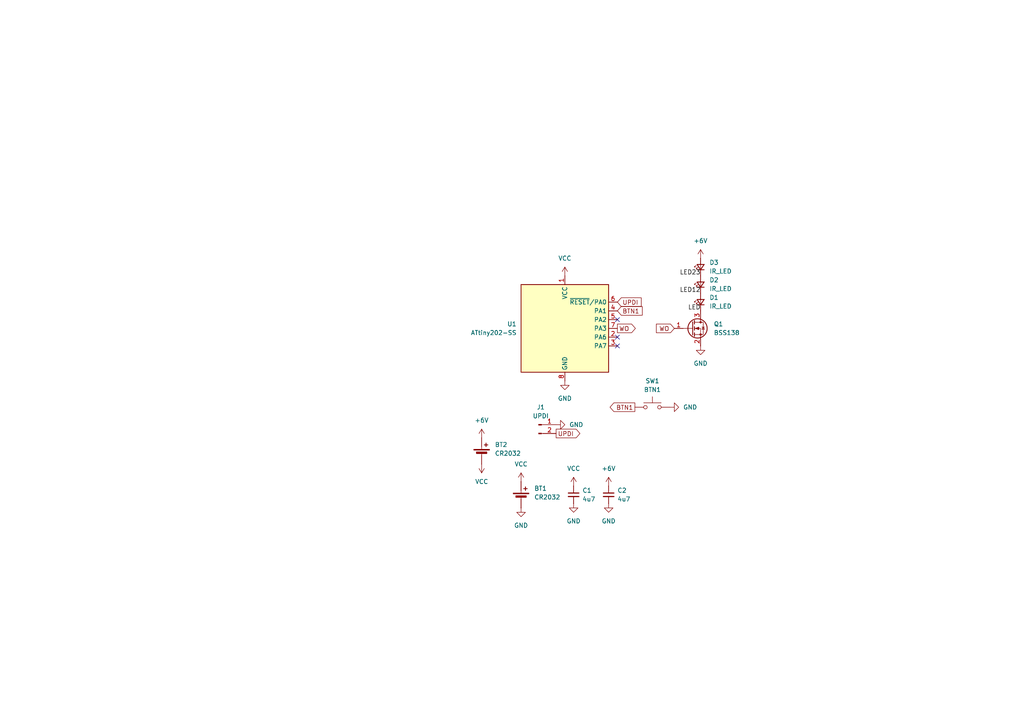
<source format=kicad_sch>
(kicad_sch (version 20250114) (generator "eeschema") (generator_version "9.0")
  (paper "A4")
  (lib_symbols
    (symbol "Connector:Conn_01x02_Pin" (pin_names (offset 1.016) (hide yes))
      (property "Reference" "J" (at 0 2.54 0))
      (property "Value" "Conn_01x02_Pin" (at 0 -5.08 0))
      (symbol "Conn_01x02_Pin_1_1"
        (rectangle (start 0.8636 0.127) (end 0 -0.127) (stroke (width 0.1524)) (fill (type outline)))
        (rectangle (start 0.8636 -2.413) (end 0 -2.667) (stroke (width 0.1524)) (fill (type outline)))
        (polyline (pts (xy 1.27 0) (xy 0.8636 0)) (stroke (width 0.1524)))
        (polyline (pts (xy 1.27 -2.54) (xy 0.8636 -2.54)) (stroke (width 0.1524)))
        (pin passive line (at 5.08 0 180) (length 3.81) (name "Pin_1") (number "1"))
        (pin passive line (at 5.08 -2.54 180) (length 3.81) (name "Pin_2") (number "2"))
      )
    )
    (symbol "Device:Battery_Cell" (pin_numbers (hide yes)) (pin_names (offset 0) (hide yes))
      (property "Reference" "BT" (at 2.54 2.54 0))
      (property "Value" "Battery_Cell" (at 2.54 0 0))
      (symbol "Battery_Cell_0_1"
        (rectangle (start -2.286 1.778) (end 2.286 1.524) (fill (type outline)))
        (rectangle (start -1.524 1.016) (end 1.524 0.508) (fill (type outline)))
        (polyline (pts (xy 0 1.778) (xy 0 2.54)))
        (polyline (pts (xy 0 0.762) (xy 0 0)))
        (polyline (pts (xy 0.762 3.048) (xy 1.778 3.048)) (stroke (width 0.254)))
        (polyline (pts (xy 1.27 3.556) (xy 1.27 2.54)) (stroke (width 0.254)))
      )
      (symbol "Battery_Cell_1_1"
        (pin passive line (at 0 5.08 270) (length 2.54) (name "+") (number "1"))
        (pin passive line (at 0 -2.54 90) (length 2.54) (name "-") (number "2"))
      )
    )
    (symbol "Device:C_Small" (pin_numbers (hide yes)) (pin_names (offset 0.254) (hide yes))
      (property "Reference" "C" (at 0.254 1.778 0))
      (property "Value" "C_Small" (at 0.254 -2.032 0))
      (symbol "C_Small_0_1"
        (polyline (pts (xy -1.524 0.508) (xy 1.524 0.508)) (stroke (width 0.3048)))
        (polyline (pts (xy -1.524 -0.508) (xy 1.524 -0.508)) (stroke (width 0.3302)))
      )
      (symbol "C_Small_1_1"
        (pin passive line (at 0 2.54 270) (length 2.032) (name "~") (number "1"))
        (pin passive line (at 0 -2.54 90) (length 2.032) (name "~") (number "2"))
      )
    )
    (symbol "Device:LED_Small" (pin_numbers (hide yes)) (pin_names (offset 0.254) (hide yes))
      (property "Reference" "D" (at -1.27 3.175 0))
      (property "Value" "LED_Small" (at -4.445 -2.54 0))
      (symbol "LED_Small_0_1"
        (polyline (pts (xy -0.762 -1.016) (xy -0.762 1.016)) (stroke (width 0.254)))
        (polyline (pts (xy 0 0.762) (xy -0.508 1.27) (xy -0.254 1.27) (xy -0.508 1.27) (xy -0.508 1.016)))
        (polyline (pts (xy 0.508 1.27) (xy 0 1.778) (xy 0.254 1.778) (xy 0 1.778) (xy 0 1.524)))
        (polyline (pts (xy 0.762 -1.016) (xy -0.762 0) (xy 0.762 1.016) (xy 0.762 -1.016)) (stroke (width 0.254)))
        (polyline (pts (xy 1.016 0) (xy -0.762 0)))
      )
      (symbol "LED_Small_1_1"
        (pin passive line (at -2.54 0 0) (length 1.778) (name "K") (number "1"))
        (pin passive line (at 2.54 0 180) (length 1.778) (name "A") (number "2"))
      )
    )
    (symbol "MCU_Microchip_ATtiny:ATtiny202-SS"
      (property "Reference" "U" (at -12.7 13.97 0))
      (property "Value" "ATtiny202-SS" (at 2.54 -13.97 0))
      (symbol "ATtiny202-SS_0_1"
        (rectangle (start -12.7 -12.7) (end 12.7 12.7) (stroke (width 0.254)) (fill (type background)))
      )
      (symbol "ATtiny202-SS_1_1"
        (pin power_in line (at 0 15.24 270) (length 2.54) (name "VCC") (number "1"))
        (pin power_in line (at 0 -15.24 90) (length 2.54) (name "GND") (number "8"))
        (pin bidirectional line (at 15.24 7.62 180) (length 2.54) (name "~{RESET}/PA0") (number "6"))
        (pin bidirectional line (at 15.24 5.08 180) (length 2.54) (name "PA1") (number "4"))
        (pin bidirectional line (at 15.24 2.54 180) (length 2.54) (name "PA2") (number "5"))
        (pin bidirectional line (at 15.24 0 180) (length 2.54) (name "PA3") (number "7"))
        (pin bidirectional line (at 15.24 -2.54 180) (length 2.54) (name "PA6") (number "2"))
        (pin bidirectional line (at 15.24 -5.08 180) (length 2.54) (name "PA7") (number "3"))
      )
    )
    (symbol "Switch:SW_Push" (pin_numbers (hide yes)) (pin_names (offset 1.016) (hide yes))
      (property "Reference" "SW" (at 1.27 2.54 0))
      (property "Value" "SW_Push" (at 0 -1.524 0))
      (symbol "SW_Push_0_1"
        (circle (center -2.032 0) (radius 0.508))
        (polyline (pts (xy 0 1.27) (xy 0 3.048)))
        (circle (center 2.032 0) (radius 0.508))
        (polyline (pts (xy 2.54 1.27) (xy -2.54 1.27)))
        (pin passive line (at -5.08 0 0) (length 2.54) (name "1") (number "1"))
        (pin passive line (at 5.08 0 180) (length 2.54) (name "2") (number "2"))
      )
    )
    (symbol "Transistor_FET:BSS138" (pin_names (offset 0) (hide yes))
      (property "Reference" "Q" (at 5.08 1.905 0))
      (property "Value" "BSS138" (at 5.08 0 0))
      (symbol "BSS138_0_1"
        (polyline (pts (xy 0.254 1.905) (xy 0.254 -1.905)) (stroke (width 0.254)))
        (polyline (pts (xy 0.254 0) (xy -2.54 0)))
        (polyline (pts (xy 0.762 2.286) (xy 0.762 1.27)) (stroke (width 0.254)))
        (polyline (pts (xy 0.762 0.508) (xy 0.762 -0.508)) (stroke (width 0.254)))
        (polyline (pts (xy 0.762 -1.27) (xy 0.762 -2.286)) (stroke (width 0.254)))
        (polyline (pts (xy 0.762 -1.778) (xy 3.302 -1.778) (xy 3.302 1.778) (xy 0.762 1.778)))
        (polyline (pts (xy 1.016 0) (xy 2.032 0.381) (xy 2.032 -0.381) (xy 1.016 0)) (fill (type outline)))
        (circle (center 1.651 0) (radius 2.794) (stroke (width 0.254)))
        (polyline (pts (xy 2.54 2.54) (xy 2.54 1.778)))
        (circle (center 2.54 1.778) (radius 0.254) (fill (type outline)))
        (circle (center 2.54 -1.778) (radius 0.254) (fill (type outline)))
        (polyline (pts (xy 2.54 -2.54) (xy 2.54 0) (xy 0.762 0)))
        (polyline (pts (xy 2.921 0.381) (xy 3.683 0.381)))
        (polyline (pts (xy 3.302 0.381) (xy 2.921 -0.254) (xy 3.683 -0.254) (xy 3.302 0.381)))
      )
      (symbol "BSS138_1_1"
        (pin input line (at -5.08 0 0) (length 2.54) (name "G") (number "1"))
        (pin passive line (at 2.54 5.08 270) (length 2.54) (name "D") (number "3"))
        (pin passive line (at 2.54 -5.08 90) (length 2.54) (name "S") (number "2"))
      )
    )
    (symbol "power:+6V" (power) (pin_numbers (hide yes)) (pin_names (offset 0) (hide yes))
      (property "Value" "+6V" (at 0 3.556 0))
      (symbol "+6V_0_1"
        (polyline (pts (xy -0.762 1.27) (xy 0 2.54)))
        (polyline (pts (xy 0 2.54) (xy 0.762 1.27)))
        (polyline (pts (xy 0 0) (xy 0 2.54)))
      )
      (symbol "+6V_1_1"
        (pin power_in line (at 0 0 90) (length 0) (name "~") (number "1"))
      )
    )
    (symbol "power:GND" (power) (pin_numbers (hide yes)) (pin_names (offset 0) (hide yes))
      (property "Value" "GND" (at 0 -3.81 0))
      (symbol "GND_0_1"
        (polyline (pts (xy 0 0) (xy 0 -1.27) (xy 1.27 -1.27) (xy 0 -2.54) (xy -1.27 -1.27) (xy 0 -1.27)))
      )
      (symbol "GND_1_1"
        (pin power_in line (at 0 0 270) (length 0) (name "~") (number "1"))
      )
    )
    (symbol "power:VCC" (power) (pin_numbers (hide yes)) (pin_names (offset 0) (hide yes))
      (property "Value" "VCC" (at 0 3.556 0))
      (symbol "VCC_0_1"
        (polyline (pts (xy -0.762 1.27) (xy 0 2.54)))
        (polyline (pts (xy 0 2.54) (xy 0.762 1.27)))
        (polyline (pts (xy 0 0) (xy 0 2.54)))
      )
      (symbol "VCC_1_1"
        (pin power_in line (at 0 0 90) (length 0) (name "~") (number "1"))
      )
    )
  )
  (no_connect (at 179.07 100.33))
  (no_connect (at 179.07 92.71))
  (no_connect (at 179.07 97.79))
  (label "LED" (at 203.2 90.17 180))
  (label "LED12" (at 203.2 85.09 180))
  (label "LED23" (at 203.2 80.01 180))
  (global_label "BTN1" (shape input) (at 179.07 90.17 0) (property "Intersheetrefs" "${INTERSHEET_REFS}" (effects (hide yes))))
  (global_label "WO" (shape input) (at 195.58 95.25 180) (property "Intersheetrefs" "${INTERSHEET_REFS}" (effects (hide yes))))
  (global_label "WO" (shape output) (at 179.07 95.25 0) (property "Intersheetrefs" "${INTERSHEET_REFS}" (effects (hide yes))))
  (global_label "UPDI" (shape output) (at 161.29 125.73 0) (property "Intersheetrefs" "${INTERSHEET_REFS}" (effects (hide yes))))
  (global_label "UPDI" (shape input) (at 179.07 87.63 0) (property "Intersheetrefs" "${INTERSHEET_REFS}" (effects (hide yes))))
  (global_label "BTN1" (shape output) (at 184.15 118.11 180) (property "Intersheetrefs" "${INTERSHEET_REFS}" (effects (hide yes))))
  (symbol (lib_id "Device:Battery_Cell") (at 139.7 132.08 0) (unit 1)
    (property "Reference" "BT2" (at 143.51 128.9684 0) (effects (justify left)))
    (property "Value" "CR2032" (at 143.51 131.5084 0) (effects (justify left)))
    (property "Footprint" "Battery:BatteryHolder_Multicomp_BC-2001_1x2032" (effects (hide yes)))
    (property "Description" "Single-cell battery" (effects (hide yes)))
  )
  (symbol (lib_id "power:VCC") (at 151.13 139.7 0) (unit 1)
    (property "Reference" "#PWR05" (effects (hide yes)))
    (property "Value" "VCC" (at 151.13 134.62 0))
    (property "Description" "Power symbol creates a global label with name \"VCC\"" (effects (hide yes)))
  )
  (symbol (lib_id "power:+6V") (at 203.2 74.93 0) (unit 1)
    (property "Reference" "#PWR07" (effects (hide yes)))
    (property "Value" "+6V" (at 203.2 69.85 0))
    (property "Description" "Power symbol creates a global label with name \"+6V\"" (effects (hide yes)))
  )
  (symbol (lib_id "power:GND") (at 161.29 123.19 90) (mirror x) (unit 1)
    (property "Reference" "#PWR03" (effects (hide yes)))
    (property "Value" "GND" (at 165.1 123.1901 90) (effects (justify right)))
    (property "Description" "Power symbol creates a global label with name \"GND\" , ground" (effects (hide yes)))
  )
  (symbol (lib_id "Device:C_Small") (at 176.53 143.51 0) (unit 1)
    (property "Reference" "C2" (at 179.07 142.2462 0) (effects (justify left)))
    (property "Value" "4u7" (at 179.07 144.7862 0) (effects (justify left)))
    (property "Footprint" "Capacitor_SMD:C_0603_1608Metric" (effects (hide yes)))
    (property "Description" "Unpolarized capacitor, small symbol" (effects (hide yes)))
  )
  (symbol (lib_id "power:GND") (at 194.31 118.11 90) (unit 1)
    (property "Reference" "#PWR08" (effects (hide yes)))
    (property "Value" "GND" (at 198.12 118.1099 90) (effects (justify right)))
    (property "Description" "Power symbol creates a global label with name \"GND\" , ground" (effects (hide yes)))
  )
  (symbol (lib_id "power:+6V") (at 176.53 140.97 0) (unit 1)
    (property "Reference" "#PWR011" (effects (hide yes)))
    (property "Value" "+6V" (at 176.53 135.89 0))
    (property "Description" "Power symbol creates a global label with name \"+6V\"" (effects (hide yes)))
  )
  (symbol (lib_id "power:GND") (at 163.83 110.49 0) (unit 1)
    (property "Reference" "#PWR01" (effects (hide yes)))
    (property "Value" "GND" (at 163.83 115.57 0))
    (property "Description" "Power symbol creates a global label with name \"GND\" , ground" (effects (hide yes)))
  )
  (symbol (lib_id "MCU_Microchip_ATtiny:ATtiny202-SS") (at 163.83 95.25 0) (unit 1)
    (property "Reference" "U1" (at 149.86 93.9799 0) (effects (justify right)))
    (property "Value" "ATtiny202-SS" (at 149.86 96.5199 0) (effects (justify right)))
    (property "Footprint" "Package_SO:SOIC-8_3.9x4.9mm_P1.27mm" (effects (hide yes)))
    (property "Datasheet" "http://ww1.microchip.com/downloads/en/DeviceDoc/ATtiny202-402-AVR-MCU-with-Core-Independent-Peripherals_and-picoPower-40001969A.pdf" (effects (hide yes)))
    (property "Description" "20MHz, 2kB Flash, 128B SRAM, 64B EEPROM, SOIC-8" (effects (hide yes)))
  )
  (symbol (lib_id "power:VCC") (at 139.7 134.62 180) (unit 1)
    (property "Reference" "#PWR09" (effects (hide yes)))
    (property "Value" "VCC" (at 139.7 139.7 0))
    (property "Description" "Power symbol creates a global label with name \"VCC\"" (effects (hide yes)))
  )
  (symbol (lib_id "power:GND") (at 176.53 146.05 0) (unit 1)
    (property "Reference" "#PWR014" (effects (hide yes)))
    (property "Value" "GND" (at 176.53 151.13 0))
    (property "Description" "Power symbol creates a global label with name \"GND\" , ground" (effects (hide yes)))
  )
  (symbol (lib_id "Switch:SW_Push") (at 189.23 118.11 0) (unit 1)
    (property "Reference" "SW1" (at 189.23 110.49 0))
    (property "Value" "BTN1" (at 189.23 113.03 0))
    (property "Footprint" "Library:alps-skrg" (effects (hide yes)))
    (property "Description" "Push button switch, generic, two pins" (effects (hide yes)))
  )
  (symbol (lib_id "power:VCC") (at 163.83 80.01 0) (unit 1)
    (property "Reference" "#PWR02" (effects (hide yes)))
    (property "Value" "VCC" (at 163.83 74.93 0))
    (property "Description" "Power symbol creates a global label with name \"VCC\"" (effects (hide yes)))
  )
  (symbol (lib_id "power:VCC") (at 166.37 140.97 0) (unit 1)
    (property "Reference" "#PWR012" (effects (hide yes)))
    (property "Value" "VCC" (at 166.37 135.89 0))
    (property "Description" "Power symbol creates a global label with name \"VCC\"" (effects (hide yes)))
  )
  (symbol (lib_id "power:GND") (at 151.13 147.32 0) (unit 1)
    (property "Reference" "#PWR04" (effects (hide yes)))
    (property "Value" "GND" (at 151.13 152.4 0))
    (property "Description" "Power symbol creates a global label with name \"GND\" , ground" (effects (hide yes)))
  )
  (symbol (lib_id "Device:LED_Small") (at 203.2 87.63 90) (unit 1)
    (property "Reference" "D1" (at 205.74 86.2964 90) (effects (justify right)))
    (property "Value" "IR_LED" (at 205.74 88.8364 90) (effects (justify right)))
    (property "Footprint" "LED_THT:LED_D5.0mm_Horizontal_O1.27mm_Z3.0mm_Clear" (effects (hide yes)))
    (property "Description" "Light emitting diode, small symbol" (effects (hide yes)))
    (property "Sim.Pin" "1=K 2=A" (effects (hide yes)))
  )
  (symbol (lib_id "Device:LED_Small") (at 203.2 82.55 90) (unit 1)
    (property "Reference" "D2" (at 205.74 81.2164 90) (effects (justify right)))
    (property "Value" "IR_LED" (at 205.74 83.7564 90) (effects (justify right)))
    (property "Footprint" "LED_THT:LED_D5.0mm_Horizontal_O1.27mm_Z3.0mm_Clear" (effects (hide yes)))
    (property "Description" "Light emitting diode, small symbol" (effects (hide yes)))
    (property "Sim.Pin" "1=K 2=A" (effects (hide yes)))
  )
  (symbol (lib_id "power:GND") (at 166.37 146.05 0) (unit 1)
    (property "Reference" "#PWR013" (effects (hide yes)))
    (property "Value" "GND" (at 166.37 151.13 0))
    (property "Description" "Power symbol creates a global label with name \"GND\" , ground" (effects (hide yes)))
  )
  (symbol (lib_id "power:GND") (at 203.2 100.33 0) (unit 1)
    (property "Reference" "#PWR06" (effects (hide yes)))
    (property "Value" "GND" (at 203.2 105.41 0))
    (property "Description" "Power symbol creates a global label with name \"GND\" , ground" (effects (hide yes)))
  )
  (symbol (lib_id "Device:LED_Small") (at 203.2 77.47 90) (unit 1)
    (property "Reference" "D3" (at 205.74 76.1364 90) (effects (justify right)))
    (property "Value" "IR_LED" (at 205.74 78.6764 90) (effects (justify right)))
    (property "Footprint" "LED_THT:LED_D5.0mm_Horizontal_O1.27mm_Z3.0mm_Clear" (effects (hide yes)))
    (property "Description" "Light emitting diode, small symbol" (effects (hide yes)))
    (property "Sim.Pin" "1=K 2=A" (effects (hide yes)))
  )
  (symbol (lib_id "Device:C_Small") (at 166.37 143.51 0) (unit 1)
    (property "Reference" "C1" (at 168.91 142.2462 0) (effects (justify left)))
    (property "Value" "4u7" (at 168.91 144.7862 0) (effects (justify left)))
    (property "Footprint" "Capacitor_SMD:C_0603_1608Metric" (effects (hide yes)))
    (property "Description" "Unpolarized capacitor, small symbol" (effects (hide yes)))
  )
  (symbol (lib_id "Connector:Conn_01x02_Pin") (at 156.21 123.19 0) (unit 1)
    (property "Reference" "J1" (at 156.845 118.11 0))
    (property "Value" "UPDI" (at 156.845 120.65 0))
    (property "Footprint" "Connector_PinHeader_2.54mm:PinHeader_1x02_P2.54mm_Vertical" (effects (hide yes)))
    (property "Description" "Generic connector, single row, 01x02, script generated" (effects (hide yes)))
  )
  (symbol (lib_id "Device:Battery_Cell") (at 151.13 144.78 0) (unit 1)
    (property "Reference" "BT1" (at 154.94 141.6684 0) (effects (justify left)))
    (property "Value" "CR2032" (at 154.94 144.2084 0) (effects (justify left)))
    (property "Footprint" "Battery:BatteryHolder_Multicomp_BC-2001_1x2032" (effects (hide yes)))
    (property "Description" "Single-cell battery" (effects (hide yes)))
  )
  (symbol (lib_id "power:+6V") (at 139.7 127 0) (unit 1)
    (property "Reference" "#PWR010" (effects (hide yes)))
    (property "Value" "+6V" (at 139.7 121.92 0))
    (property "Description" "Power symbol creates a global label with name \"+6V\"" (effects (hide yes)))
  )
  (symbol (lib_id "Transistor_FET:BSS138") (at 200.66 95.25 0) (unit 1)
    (property "Reference" "Q1" (at 207.01 93.9799 0) (effects (justify left)))
    (property "Value" "BSS138" (at 207.01 96.5199 0) (effects (justify left)))
    (property "Footprint" "Package_TO_SOT_SMD:SOT-23" (effects (hide yes)))
    (property "Datasheet" "https://www.onsemi.com/pub/Collateral/BSS138-D.PDF" (effects (hide yes)))
    (property "Description" "50V Vds, 0.22A Id, N-Channel MOSFET, SOT-23" (effects (hide yes)))
  )
)
</source>
